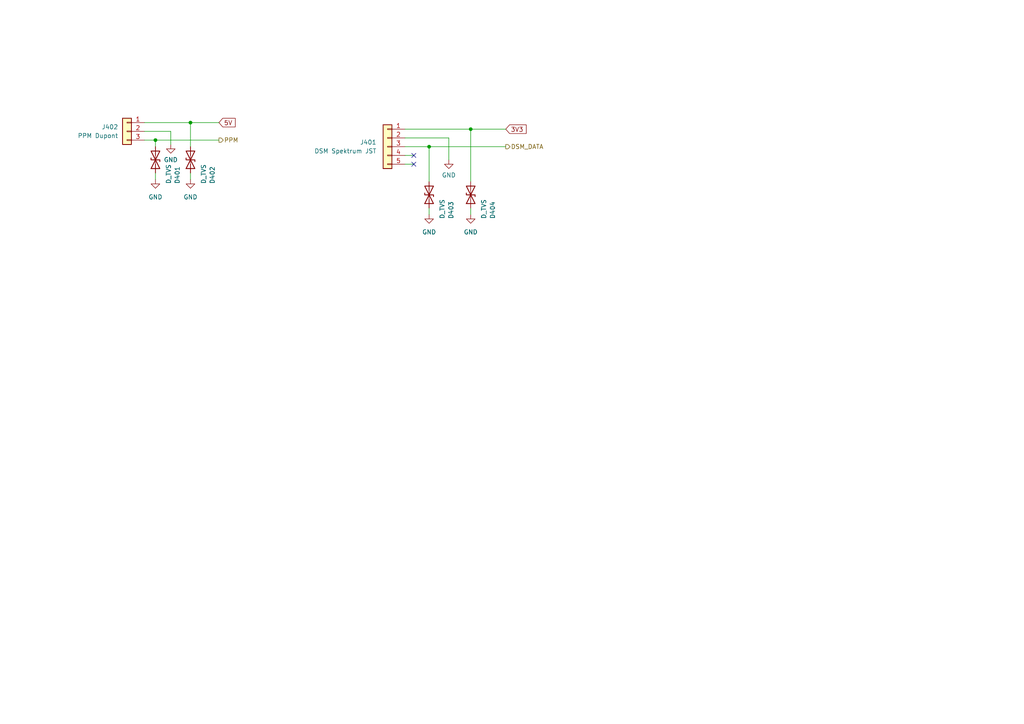
<source format=kicad_sch>
(kicad_sch (version 20211123) (generator eeschema)
  (paper "A4")
  (lib_symbols
    (symbol "Connector_Generic:Conn_01x03" (pin_names (offset 1.016) hide)
      (property "Reference" "J" (at 0 5.08 0))
      (property "Value" "Conn_01x03" (at 0 -5.08 0))
      (symbol "Conn_01x03_1_1"
        (rectangle (start -1.27 -2.413) (end 0 -2.667) (stroke (width 0.1524)))
        (rectangle (start -1.27 0.127) (end 0 -0.127) (stroke (width 0.1524)))
        (rectangle (start -1.27 2.667) (end 0 2.413) (stroke (width 0.1524)))
        (rectangle (start -1.27 3.81) (end 1.27 -3.81) (stroke (width 0.254)) (fill (type background)))
        (pin passive line (at -5.08 2.54 0) (length 3.81) (name "Pin_1") (number "1"))
        (pin passive line (at -5.08 0 0) (length 3.81) (name "Pin_2") (number "2"))
        (pin passive line (at -5.08 -2.54 0) (length 3.81) (name "Pin_3") (number "3"))
      )
    )
    (symbol "Connector_Generic:Conn_01x05" (pin_names (offset 1.016) hide)
      (property "Reference" "J" (at 0 7.62 0))
      (property "Value" "Conn_01x05" (at 0 -7.62 0))
      (symbol "Conn_01x05_1_1"
        (rectangle (start -1.27 -4.953) (end 0 -5.207) (stroke (width 0.1524)))
        (rectangle (start -1.27 -2.413) (end 0 -2.667) (stroke (width 0.1524)))
        (rectangle (start -1.27 0.127) (end 0 -0.127) (stroke (width 0.1524)))
        (rectangle (start -1.27 2.667) (end 0 2.413) (stroke (width 0.1524)))
        (rectangle (start -1.27 5.207) (end 0 4.953) (stroke (width 0.1524)))
        (rectangle (start -1.27 6.35) (end 1.27 -6.35) (stroke (width 0.254)) (fill (type background)))
        (pin passive line (at -5.08 5.08 0) (length 3.81) (name "Pin_1") (number "1"))
        (pin passive line (at -5.08 2.54 0) (length 3.81) (name "Pin_2") (number "2"))
        (pin passive line (at -5.08 0 0) (length 3.81) (name "Pin_3") (number "3"))
        (pin passive line (at -5.08 -2.54 0) (length 3.81) (name "Pin_4") (number "4"))
        (pin passive line (at -5.08 -5.08 0) (length 3.81) (name "Pin_5") (number "5"))
      )
    )
    (symbol "Device:D_TVS" (pin_numbers hide) (pin_names (offset 1.016) hide)
      (property "Reference" "D" (at 0 2.54 0))
      (property "Value" "D_TVS" (at 0 -2.54 0))
      (symbol "D_TVS_0_1"
        (polyline (pts (xy 1.27 0) (xy -1.27 0)))
        (polyline (pts (xy 0.508 1.27) (xy 0 1.27) (xy 0 -1.27) (xy -0.508 -1.27)) (stroke (width 0.254)))
        (polyline (pts (xy -2.54 1.27) (xy -2.54 -1.27) (xy 2.54 1.27) (xy 2.54 -1.27) (xy -2.54 1.27)) (stroke (width 0.254)))
      )
      (symbol "D_TVS_1_1"
        (pin passive line (at -3.81 0 0) (length 2.54) (name "A1") (number "1"))
        (pin passive line (at 3.81 0 180) (length 2.54) (name "A2") (number "2"))
      )
    )
    (symbol "power:GND" (power) (pin_names (offset 0))
      (property "Value" "GND" (at 0 -3.81 0))
      (symbol "GND_0_1"
        (polyline (pts (xy 0 0) (xy 0 -1.27) (xy 1.27 -1.27) (xy 0 -2.54) (xy -1.27 -1.27) (xy 0 -1.27)))
      )
      (symbol "GND_1_1"
        (pin power_in line (at 0 0 270) (length 0) hide (name "GND") (number "1"))
      )
    )
  )
  (junction (at 136.525 37.465))
  (junction (at 45.085 40.64))
  (junction (at 124.46 42.545))
  (junction (at 55.245 35.56))
  (no_connect (at 120.015 47.625))
  (no_connect (at 120.015 45.085))
  (wire (pts (xy 120.015 47.625) (xy 117.475 47.625)))
  (wire (pts (xy 55.245 35.56) (xy 55.245 42.545)))
  (wire (pts (xy 45.085 40.64) (xy 63.5 40.64)))
  (wire (pts (xy 45.085 40.64) (xy 41.91 40.64)))
  (wire (pts (xy 146.685 37.465) (xy 136.525 37.465)))
  (wire (pts (xy 45.085 40.64) (xy 45.085 42.545)))
  (wire (pts (xy 45.085 50.165) (xy 45.085 52.07)))
  (wire (pts (xy 136.525 37.465) (xy 117.475 37.465)))
  (wire (pts (xy 49.53 38.1) (xy 41.91 38.1)))
  (wire (pts (xy 124.46 60.325) (xy 124.46 62.23)))
  (wire (pts (xy 136.525 37.465) (xy 136.525 52.705)))
  (wire (pts (xy 124.46 42.545) (xy 124.46 52.705)))
  (wire (pts (xy 117.475 42.545) (xy 124.46 42.545)))
  (wire (pts (xy 130.175 46.355) (xy 130.175 40.005)))
  (wire (pts (xy 49.53 38.1) (xy 49.53 41.91)))
  (wire (pts (xy 55.245 50.165) (xy 55.245 52.07)))
  (wire (pts (xy 55.245 35.56) (xy 63.5 35.56)))
  (wire (pts (xy 117.475 40.005) (xy 130.175 40.005)))
  (wire (pts (xy 124.46 42.545) (xy 146.685 42.545)))
  (wire (pts (xy 136.525 60.325) (xy 136.525 62.23)))
  (wire (pts (xy 120.015 45.085) (xy 117.475 45.085)))
  (wire (pts (xy 55.245 35.56) (xy 41.91 35.56)))
  (global_label "3V3" (shape input) (at 146.685 37.465 0) (property "Intersheet References" "${INTERSHEET_REFS}" (effects hide)))
  (global_label "5V" (shape input) (at 63.5 35.56 0) (property "Intersheet References" "${INTERSHEET_REFS}" (effects hide)))
  (hierarchical_label "PPM" (shape output) (at 63.5 40.64 0))
  (hierarchical_label "DSM_DATA" (shape output) (at 146.685 42.545 0))
  (symbol (lib_id "power:GND") (at 136.525 62.23 0) (mirror y) (unit 1)
    (property "Reference" "#PWR0239" (effects hide))
    (property "Value" "GND" (at 136.525 67.31 0))
  )
  (symbol (lib_id "Connector_Generic:Conn_01x05") (at 112.395 42.545 0) (mirror y) (unit 1)
    (property "Reference" "J401" (at 109.22 41.2749 0) (effects (justify left)))
    (property "Value" "DSM Spektrum JST" (at 109.22 43.8149 0) (effects (justify left)))
    (property "Footprint" "B3B-ZR-SM4-TF(LF)(SN):JST-B3B-ZR-SM4-TFLFSN-0-0-MFG" (effects hide))
  )
  (symbol (lib_id "power:GND") (at 55.245 52.07 0) (mirror y) (unit 1)
    (property "Reference" "#PWR0192" (effects hide))
    (property "Value" "GND" (at 55.245 57.15 0))
  )
  (symbol (lib_id "power:GND") (at 124.46 62.23 0) (mirror y) (unit 1)
    (property "Reference" "#PWR0238" (effects hide))
    (property "Value" "GND" (at 124.46 67.31 0))
  )
  (symbol (lib_id "Device:D_TVS") (at 45.085 46.355 90) (unit 1)
    (property "Reference" "D401" (at 51.435 53.34 0) (effects (justify left)))
    (property "Value" "D_TVS" (at 48.895 53.34 0) (effects (justify left)))
    (property "Footprint" "Diode_SMD:D_0402_1005Metric_Pad0.77x0.64mm_HandSolder" (effects hide))
  )
  (symbol (lib_id "Device:D_TVS") (at 136.525 56.515 90) (unit 1)
    (property "Reference" "D404" (at 142.875 63.5 0) (effects (justify left)))
    (property "Value" "D_TVS" (at 140.335 63.5 0) (effects (justify left)))
    (property "Footprint" "Diode_SMD:D_0402_1005Metric_Pad0.77x0.64mm_HandSolder" (effects hide))
  )
  (symbol (lib_id "Connector_Generic:Conn_01x03") (at 36.83 38.1 0) (mirror y) (unit 1)
    (property "Reference" "J402" (at 34.29 36.8299 0) (effects (justify left)))
    (property "Value" "PPM Dupont" (at 34.29 39.3699 0) (effects (justify left)))
    (property "Footprint" "Connector_PinHeader_2.54mm:PinHeader_1x03_P2.54mm_Horizontal" (effects hide))
  )
  (symbol (lib_id "power:GND") (at 49.53 41.91 0) (mirror y) (unit 1)
    (property "Reference" "#PWR0120" (effects hide))
    (property "Value" "GND" (at 49.53 46.355 0))
  )
  (symbol (lib_id "power:GND") (at 130.175 46.355 0) (mirror y) (unit 1)
    (property "Reference" "#PWR0119" (effects hide))
    (property "Value" "GND" (at 130.175 50.8 0))
  )
  (symbol (lib_id "power:GND") (at 45.085 52.07 0) (mirror y) (unit 1)
    (property "Reference" "#PWR0193" (effects hide))
    (property "Value" "GND" (at 45.085 57.15 0))
  )
  (symbol (lib_id "Device:D_TVS") (at 124.46 56.515 90) (unit 1)
    (property "Reference" "D403" (at 130.81 63.5 0) (effects (justify left)))
    (property "Value" "D_TVS" (at 128.27 63.5 0) (effects (justify left)))
    (property "Footprint" "Diode_SMD:D_0402_1005Metric_Pad0.77x0.64mm_HandSolder" (effects hide))
  )
  (symbol (lib_id "Device:D_TVS") (at 55.245 46.355 90) (unit 1)
    (property "Reference" "D402" (at 61.595 53.34 0) (effects (justify left)))
    (property "Value" "D_TVS" (at 59.055 53.34 0) (effects (justify left)))
    (property "Footprint" "Diode_SMD:D_0402_1005Metric_Pad0.77x0.64mm_HandSolder" (effects hide))
  )
)
</source>
